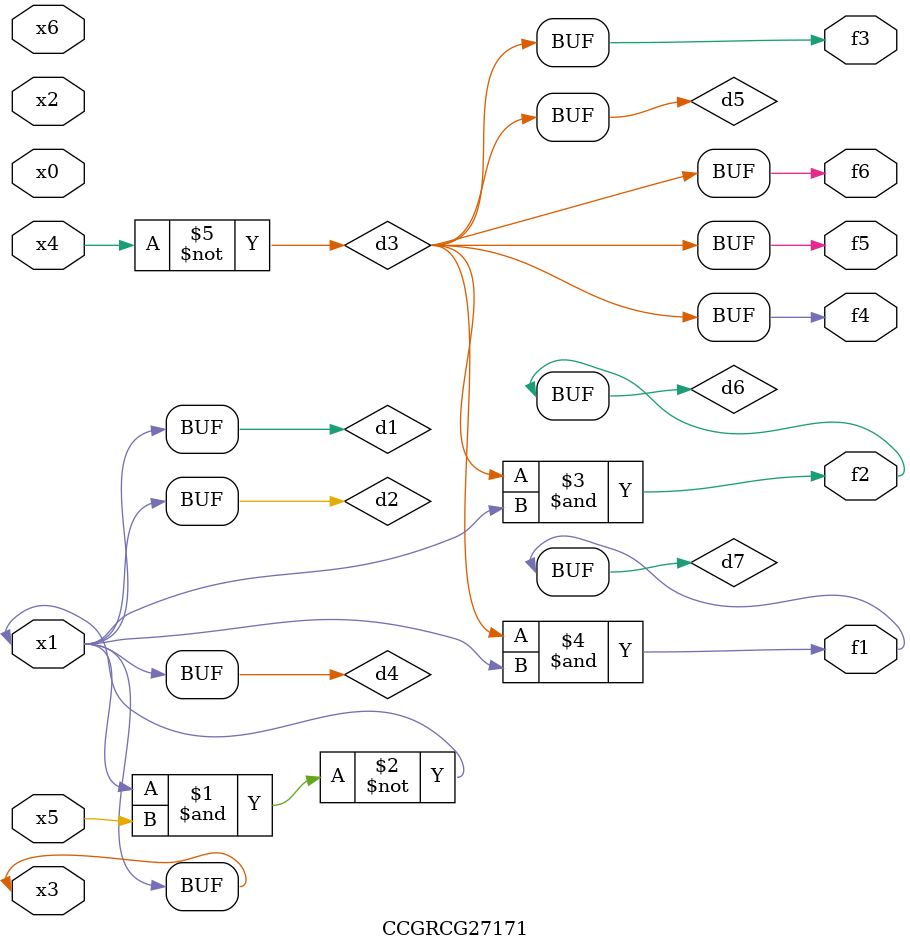
<source format=v>
module CCGRCG27171(
	input x0, x1, x2, x3, x4, x5, x6,
	output f1, f2, f3, f4, f5, f6
);

	wire d1, d2, d3, d4, d5, d6, d7;

	buf (d1, x1, x3);
	nand (d2, x1, x5);
	not (d3, x4);
	buf (d4, d1, d2);
	buf (d5, d3);
	and (d6, d3, d4);
	and (d7, d3, d4);
	assign f1 = d7;
	assign f2 = d6;
	assign f3 = d5;
	assign f4 = d5;
	assign f5 = d5;
	assign f6 = d5;
endmodule

</source>
